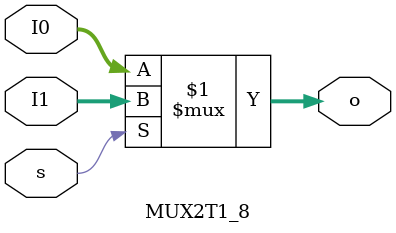
<source format=v>
`timescale 1ns / 1ps
module 	MUX2T1_8(input[7:0]I0,
						input[7:0]I1,
						input s,
						output[7:0]o
						 );

	assign o = s ? I1 : I0;			////8Î»2Ñ¡Ò»,I0¡¢I1¶ÔÓ¦Ñ¡ÔñÍ¨µÀ0¡¢1

endmodule

</source>
